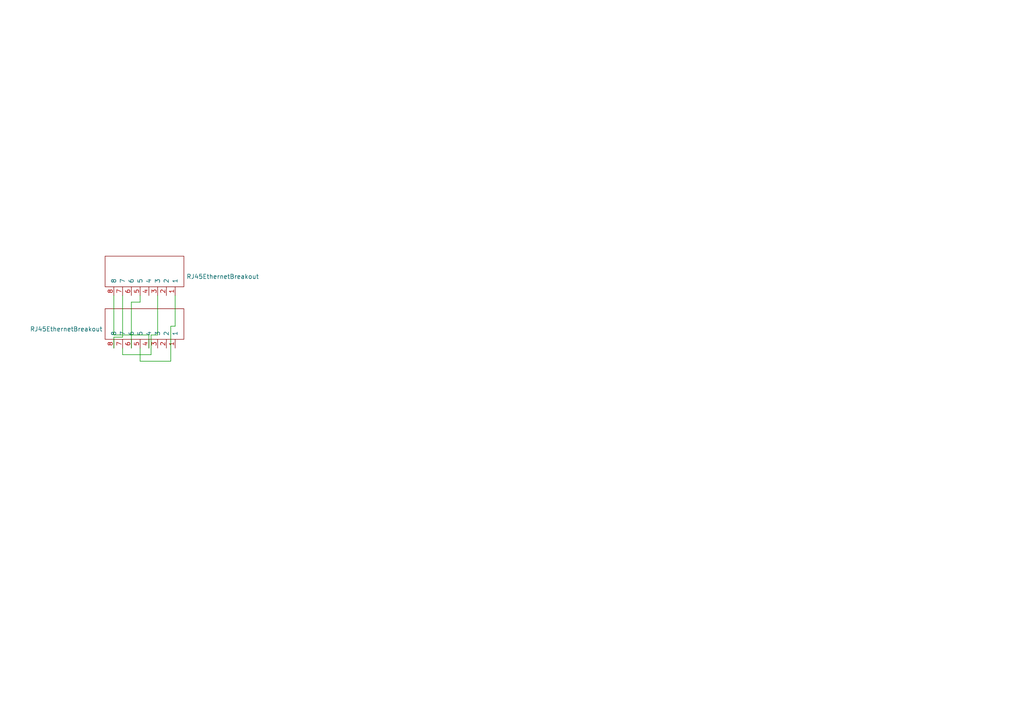
<source format=kicad_sch>
(kicad_sch (version 20211123) (generator eeschema)
  (paper "A4")
  (lib_symbols
    (symbol "CaelusPCB:RJ45EthernetBreakout" (pin_names (offset 1.016))
      (property "Value" "RJ45EthernetBreakout" (at 11.43 -2.54 0))
      (symbol "RJ45EthernetBreakout_0_1"
        (polyline (pts (xy 0 0) (xy 22.86 0) (xy 22.86 -8.89) (xy 0 -8.89) (xy 0 0)))
      )
      (symbol "RJ45EthernetBreakout_1_1"
        (pin output line (at 20.32 -11.43 90) (length 2.54) (name "1") (number "1"))
        (pin output line (at 17.78 -11.43 90) (length 2.54) (name "2") (number "2"))
        (pin output line (at 15.24 -11.43 90) (length 2.54) (name "3") (number "3"))
        (pin output line (at 12.7 -11.43 90) (length 2.54) (name "4") (number "4"))
        (pin output line (at 10.16 -11.43 90) (length 2.54) (name "5") (number "5"))
        (pin output line (at 7.62 -11.43 90) (length 2.54) (name "6") (number "6"))
        (pin output line (at 5.08 -11.43 90) (length 2.54) (name "7") (number "7"))
        (pin output line (at 2.54 -11.43 90) (length 2.54) (name "8") (number "8"))
      )
    )
  )
  (wire (pts (xy 43.815 102.87) (xy 35.56 102.87)))
  (wire (pts (xy 49.53 94.615) (xy 49.53 104.775)))
  (wire (pts (xy 38.1 87.63) (xy 40.64 87.63)))
  (wire (pts (xy 33.02 97.155) (xy 43.18 97.155)))
  (wire (pts (xy 45.72 85.725) (xy 45.72 97.155)))
  (wire (pts (xy 38.1 100.965) (xy 38.1 87.63)))
  (wire (pts (xy 40.64 104.775) (xy 40.64 100.965)))
  (wire (pts (xy 35.56 97.79) (xy 33.02 97.79)))
  (wire (pts (xy 35.56 102.87) (xy 35.56 100.965)))
  (wire (pts (xy 43.18 97.155) (xy 43.18 100.965)))
  (wire (pts (xy 43.815 97.155) (xy 43.815 102.87)))
  (wire (pts (xy 50.8 94.615) (xy 49.53 94.615)))
  (wire (pts (xy 35.56 85.725) (xy 35.56 97.79)))
  (wire (pts (xy 40.64 87.63) (xy 40.64 85.725)))
  (wire (pts (xy 49.53 104.775) (xy 40.64 104.775)))
  (wire (pts (xy 50.8 85.725) (xy 50.8 94.615)))
  (wire (pts (xy 45.72 97.155) (xy 43.815 97.155)))
  (wire (pts (xy 33.02 97.79) (xy 33.02 100.965)))
  (wire (pts (xy 33.02 85.725) (xy 33.02 97.155)))
  (symbol (lib_id "CaelusPCB:RJ45EthernetBreakout") (at 30.48 74.295 0) (unit 1)
    (property "Reference" "Ayo1" (effects hide))
    (property "Value" "RJ45EthernetBreakout" (at 54.0512 80.2132 0) (effects (justify left)))
    (property "Footprint" "Launchbox:RJ45EthernetBreakout" (effects hide))
  )
  (symbol (lib_id "CaelusPCB:RJ45EthernetBreakout") (at 30.48 89.535 0) (unit 1)
    (property "Reference" "Ayo2" (effects hide))
    (property "Value" "RJ45EthernetBreakout" (at 29.7688 95.4532 0) (effects (justify right)))
    (property "Footprint" "Launchbox:8_pin_header" (effects hide))
  )
)
</source>
